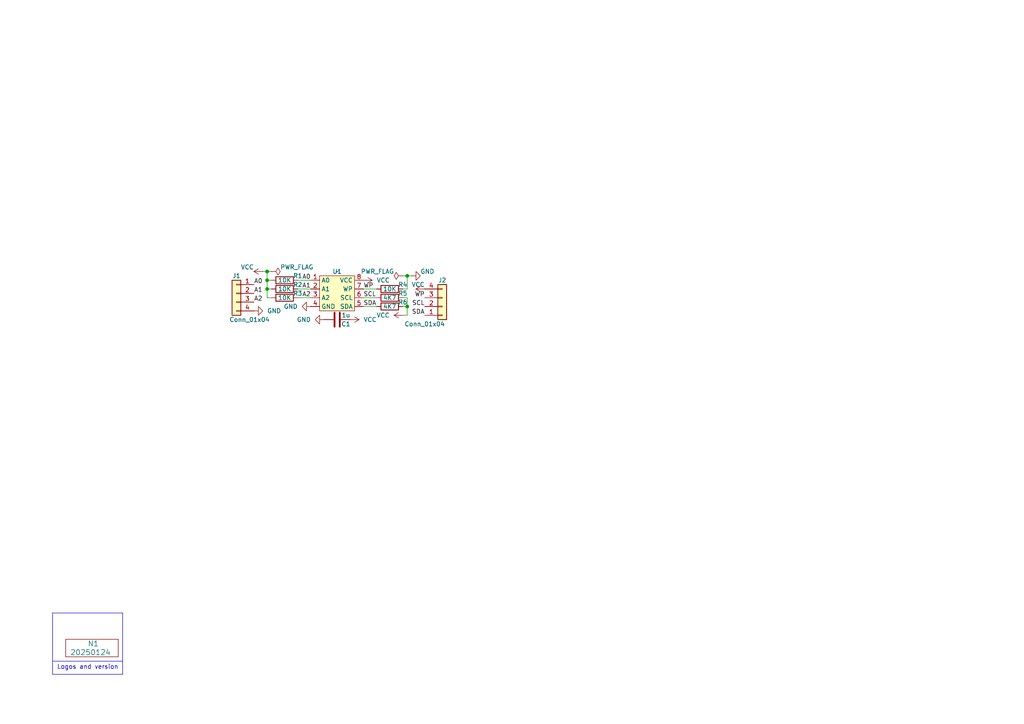
<source format=kicad_sch>
(kicad_sch (version 20231120) (generator "eeschema") (generator_version "8.0")
  (paper "A4")
  (lib_symbols
    (symbol "Connector_Generic:Conn_01x04" (pin_names (offset 1.016) hide)
      (property "Reference" "J" (at 0 5.08 0))
      (property "Value" "Conn_01x04" (at 0 -7.62 0))
      (symbol "Conn_01x04_1_1"
        (rectangle (start -1.27 -4.953) (end 0 -5.207) (stroke (width 0.1524)))
        (rectangle (start -1.27 -2.413) (end 0 -2.667) (stroke (width 0.1524)))
        (rectangle (start -1.27 0.127) (end 0 -0.127) (stroke (width 0.1524)))
        (rectangle (start -1.27 2.667) (end 0 2.413) (stroke (width 0.1524)))
        (rectangle (start -1.27 3.81) (end 1.27 -6.35) (stroke (width 0.254)) (fill (type background)))
        (pin passive line (at -5.08 2.54 0) (length 3.81) (name "Pin_1") (number "1"))
        (pin passive line (at -5.08 0 0) (length 3.81) (name "Pin_2") (number "2"))
        (pin passive line (at -5.08 -2.54 0) (length 3.81) (name "Pin_3") (number "3"))
        (pin passive line (at -5.08 -5.08 0) (length 3.81) (name "Pin_4") (number "4"))
      )
    )
    (symbol "Device:C" (pin_numbers hide) (pin_names (offset 0.254))
      (property "Reference" "C" (at 0.635 2.54 0))
      (property "Value" "C" (at 0.635 -2.54 0))
      (symbol "C_0_1"
        (polyline (pts (xy -2.032 -0.762) (xy 2.032 -0.762)) (stroke (width 0.508)))
        (polyline (pts (xy -2.032 0.762) (xy 2.032 0.762)) (stroke (width 0.508)))
      )
      (symbol "C_1_1"
        (pin passive line (at 0 3.81 270) (length 2.794) (name "~") (number "1"))
        (pin passive line (at 0 -3.81 90) (length 2.794) (name "~") (number "2"))
      )
    )
    (symbol "Device:R" (pin_numbers hide) (pin_names (offset 0))
      (property "Reference" "R" (at 2.032 0 90))
      (property "Value" "R" (at 0 0 90))
      (symbol "R_0_1"
        (rectangle (start -1.016 -2.54) (end 1.016 2.54) (stroke (width 0.254)))
      )
      (symbol "R_1_1"
        (pin passive line (at 0 3.81 270) (length 1.27) (name "~") (number "1"))
        (pin passive line (at 0 -3.81 90) (length 1.27) (name "~") (number "2"))
      )
    )
    (symbol "SquantorGenericDigital:EEPROM_SOIC_I2C"
      (property "Reference" "U" (at 0 6.35 0))
      (symbol "EEPROM_SOIC_I2C_1_1"
        (rectangle (start -5.08 5.08) (end 5.08 -5.08) (fill (type background)))
        (pin input line (at -7.62 3.81 0) (length 2.54) (name "A0") (number "1"))
        (pin input line (at -7.62 1.27 0) (length 2.54) (name "A1") (number "2"))
        (pin input line (at -7.62 -1.27 0) (length 2.54) (name "A2") (number "3"))
        (pin power_in line (at -7.62 -3.81 0) (length 2.54) (name "GND") (number "4"))
        (pin bidirectional line (at 7.62 -3.81 180) (length 2.54) (name "SDA") (number "5"))
        (pin input line (at 7.62 -1.27 180) (length 2.54) (name "SCL") (number "6"))
        (pin input line (at 7.62 1.27 180) (length 2.54) (name "WP") (number "7"))
        (pin power_in line (at 7.62 3.81 180) (length 2.54) (name "VCC") (number "8"))
      )
    )
    (symbol "SquantorLabels:VYYYYMMDD" (pin_names (offset 1.016))
      (property "Reference" "N" (at 0 2.54 0))
      (property "Value" "VYYYYMMDD" (at 0 0 0))
      (symbol "VYYYYMMDD_0_1"
        (rectangle (start 7.62 -1.27) (end -7.62 3.81))
      )
    )
    (symbol "power:GND" (power) (pin_numbers hide) (pin_names (offset 0) hide)
      (property "Value" "GND" (at 0 -3.81 0))
      (symbol "GND_0_1"
        (polyline (pts (xy 0 0) (xy 0 -1.27) (xy 1.27 -1.27) (xy 0 -2.54) (xy -1.27 -1.27) (xy 0 -1.27)))
      )
      (symbol "GND_1_1"
        (pin power_in line (at 0 0 270) (length 0) (name "~") (number "1"))
      )
    )
    (symbol "power:PWR_FLAG" (power) (pin_numbers hide) (pin_names (offset 0) hide)
      (property "Value" "PWR_FLAG" (at 0 3.81 0))
      (symbol "PWR_FLAG_0_0"
        (pin power_out line (at 0 0 90) (length 0) (name "~") (number "1"))
      )
      (symbol "PWR_FLAG_0_1"
        (polyline (pts (xy 0 0) (xy 0 1.27) (xy -1.016 1.905) (xy 0 2.54) (xy 1.016 1.905) (xy 0 1.27)))
      )
    )
    (symbol "power:VCC" (power) (pin_numbers hide) (pin_names (offset 0) hide)
      (property "Value" "VCC" (at 0 3.556 0))
      (symbol "VCC_0_1"
        (polyline (pts (xy -0.762 1.27) (xy 0 2.54)))
        (polyline (pts (xy 0 0) (xy 0 2.54)))
        (polyline (pts (xy 0 2.54) (xy 0.762 1.27)))
      )
      (symbol "VCC_1_1"
        (pin power_in line (at 0 0 90) (length 0) (name "~") (number "1"))
      )
    )
  )
  (junction (at 77.47 83.82))
  (junction (at 118.11 88.9))
  (junction (at 118.11 80.01))
  (junction (at 77.47 78.74))
  (junction (at 77.47 81.28))
  (wire (pts (xy 77.47 83.82) (xy 77.47 86.36)))
  (wire (pts (xy 105.41 88.9) (xy 109.22 88.9)))
  (wire (pts (xy 118.11 80.01) (xy 118.11 83.82)))
  (wire (pts (xy 76.2 78.74) (xy 77.47 78.74)))
  (wire (pts (xy 118.11 88.9) (xy 118.11 91.44)))
  (polyline (pts (xy 15.24 177.8) (xy 15.24 195.58)))
  (polyline (pts (xy 35.56 177.8) (xy 15.24 177.8)))
  (wire (pts (xy 116.84 83.82) (xy 118.11 83.82)))
  (wire (pts (xy 116.84 86.36) (xy 118.11 86.36)))
  (wire (pts (xy 77.47 86.36) (xy 78.74 86.36)))
  (wire (pts (xy 77.47 81.28) (xy 77.47 83.82)))
  (wire (pts (xy 116.84 88.9) (xy 118.11 88.9)))
  (wire (pts (xy 77.47 83.82) (xy 78.74 83.82)))
  (wire (pts (xy 116.84 91.44) (xy 118.11 91.44)))
  (wire (pts (xy 77.47 81.28) (xy 78.74 81.28)))
  (wire (pts (xy 105.41 86.36) (xy 109.22 86.36)))
  (wire (pts (xy 118.11 86.36) (xy 118.11 88.9)))
  (wire (pts (xy 116.84 80.01) (xy 118.11 80.01)))
  (wire (pts (xy 77.47 78.74) (xy 77.47 81.28)))
  (wire (pts (xy 118.11 80.01) (xy 119.38 80.01)))
  (polyline (pts (xy 35.56 195.58) (xy 35.56 177.8)))
  (polyline (pts (xy 15.24 195.58) (xy 35.56 195.58)))
  (wire (pts (xy 86.36 86.36) (xy 90.17 86.36)))
  (wire (pts (xy 105.41 83.82) (xy 109.22 83.82)))
  (wire (pts (xy 86.36 83.82) (xy 90.17 83.82)))
  (wire (pts (xy 86.36 81.28) (xy 90.17 81.28)))
  (wire (pts (xy 78.74 78.74) (xy 77.47 78.74)))
  (polyline (pts (xy 15.24 191.77) (xy 35.56 191.77)))
  (text "Logos and version" (at 16.51 194.31 0) (effects (font (size 1.27 1.27)) (justify left bottom)))
  (label "SCL" (at 105.41 86.36 0))
  (label "SCL" (at 123.19 88.9 180))
  (label "A2" (at 87.63 86.36 0))
  (label "SDA" (at 105.41 88.9 0))
  (label "WP" (at 105.41 83.82 0))
  (label "A0" (at 87.63 81.28 0))
  (label "WP" (at 123.19 86.36 180))
  (label "SDA" (at 123.19 91.44 180))
  (label "A1" (at 73.66 85.09 0))
  (label "A2" (at 73.66 87.63 0))
  (label "A0" (at 73.66 82.55 0))
  (label "A1" (at 87.63 83.82 0))
  (symbol (lib_id "SquantorLabels:VYYYYMMDD") (at 26.67 189.23 0) (unit 1)
    (property "Reference" "N1" (at 25.4 186.69 0) (effects (font (size 1.524 1.524)) (justify left)))
    (property "Value" "20250124" (at 20.32 189.23 0) (effects (font (size 1.524 1.524)) (justify left)))
    (property "Footprint" "SquantorLabels:Label_Generic" (effects (hide yes)))
  )
  (symbol (lib_id "power:VCC") (at 76.2 78.74 90) (unit 1)
    (property "Reference" "#PWR03" (effects (hide yes)))
    (property "Value" "VCC" (at 73.66 77.47 90) (effects (justify left)))
    (property "Description" "Power symbol creates a global label with name \"VCC\"" (effects (hide yes)))
  )
  (symbol (lib_id "Device:R") (at 113.03 83.82 90) (unit 1)
    (property "Reference" "R4" (at 116.84 82.55 90))
    (property "Value" "10K" (at 113.03 83.82 90))
    (property "Footprint" "SquantorResistor:R_0603_hand" (effects (hide yes)))
    (property "Description" "Resistor" (effects (hide yes)))
  )
  (symbol (lib_id "Device:R") (at 113.03 86.36 90) (unit 1)
    (property "Reference" "R5" (at 116.84 85.09 90))
    (property "Value" "4K7" (at 113.03 86.36 90))
    (property "Footprint" "SquantorResistor:R_0603_hand" (effects (hide yes)))
    (property "Description" "Resistor" (effects (hide yes)))
  )
  (symbol (lib_id "Device:R") (at 82.55 83.82 90) (unit 1)
    (property "Reference" "R2" (at 86.36 82.55 90))
    (property "Value" "10K" (at 82.55 83.82 90))
    (property "Footprint" "SquantorResistor:R_0603_hand" (effects (hide yes)))
    (property "Description" "Resistor" (effects (hide yes)))
  )
  (symbol (lib_id "Connector_Generic:Conn_01x04") (at 68.58 85.09 0) (mirror y) (unit 1)
    (property "Reference" "J1" (at 68.58 80.01 0))
    (property "Value" "Conn_01x04" (at 72.39 92.71 0))
    (property "Footprint" "SquantorConnectors:Header-0254-1X04-H010" (effects (hide yes)))
    (property "Description" "Generic connector, single row, 01x04, script generated (kicad-library-utils/schlib/autogen/connector/)" (effects (hide yes)))
  )
  (symbol (lib_id "power:VCC") (at 105.41 81.28 270) (unit 1)
    (property "Reference" "#PWR02" (effects (hide yes)))
    (property "Value" "VCC" (at 109.22 81.2799 90) (effects (justify left)))
    (property "Description" "Power symbol creates a global label with name \"VCC\"" (effects (hide yes)))
  )
  (symbol (lib_id "power:PWR_FLAG") (at 78.74 78.74 270) (unit 1)
    (property "Reference" "#FLG01" (effects (hide yes)))
    (property "Value" "PWR_FLAG" (at 81.28 77.47 90) (effects (justify left)))
    (property "Description" "Special symbol for telling ERC where power comes from" (effects (hide yes)))
  )
  (symbol (lib_id "SquantorGenericDigital:EEPROM_SOIC_I2C") (at 97.79 85.09 0) (unit 1)
    (property "Reference" "U1" (at 97.79 78.74 0))
    (property "Value" "~" (at 97.79 78.74 0))
    (property "Footprint" "SquantorIC:SOIC-8" (effects (hide yes)))
  )
  (symbol (lib_id "Device:C") (at 97.79 92.71 90) (unit 1)
    (property "Reference" "C1" (at 100.33 93.98 90))
    (property "Value" "1u" (at 100.33 91.44 90))
    (property "Footprint" "SquantorCapacitor:C_0603" (effects (hide yes)))
    (property "Description" "Unpolarized capacitor" (effects (hide yes)))
  )
  (symbol (lib_id "power:VCC") (at 101.6 92.71 270) (unit 1)
    (property "Reference" "#PWR07" (effects (hide yes)))
    (property "Value" "VCC" (at 105.41 92.7099 90) (effects (justify left)))
    (property "Description" "Power symbol creates a global label with name \"VCC\"" (effects (hide yes)))
  )
  (symbol (lib_id "Device:R") (at 113.03 88.9 90) (unit 1)
    (property "Reference" "R6" (at 116.84 87.63 90))
    (property "Value" "4K7" (at 113.03 88.9 90))
    (property "Footprint" "SquantorResistor:R_0603_hand" (effects (hide yes)))
    (property "Description" "Resistor" (effects (hide yes)))
  )
  (symbol (lib_id "power:PWR_FLAG") (at 116.84 80.01 90) (unit 1)
    (property "Reference" "#FLG02" (effects (hide yes)))
    (property "Value" "PWR_FLAG" (at 114.3 78.74 90) (effects (justify left)))
    (property "Description" "Special symbol for telling ERC where power comes from" (effects (hide yes)))
  )
  (symbol (lib_id "power:GND") (at 119.38 80.01 90) (unit 1)
    (property "Reference" "#PWR05" (effects (hide yes)))
    (property "Value" "GND" (at 121.92 78.74 90) (effects (justify right)))
    (property "Description" "Power symbol creates a global label with name \"GND\" , ground" (effects (hide yes)))
  )
  (symbol (lib_id "power:VCC") (at 123.19 83.82 90) (unit 1)
    (property "Reference" "#PWR09" (effects (hide yes)))
    (property "Value" "VCC" (at 123.19 82.55 90) (effects (justify left)))
    (property "Description" "Power symbol creates a global label with name \"VCC\"" (effects (hide yes)))
  )
  (symbol (lib_id "power:GND") (at 90.17 88.9 270) (unit 1)
    (property "Reference" "#PWR01" (effects (hide yes)))
    (property "Value" "GND" (at 86.36 88.8999 90) (effects (justify right)))
    (property "Description" "Power symbol creates a global label with name \"GND\" , ground" (effects (hide yes)))
  )
  (symbol (lib_id "power:GND") (at 93.98 92.71 270) (unit 1)
    (property "Reference" "#PWR04" (effects (hide yes)))
    (property "Value" "GND" (at 90.17 92.7099 90) (effects (justify right)))
    (property "Description" "Power symbol creates a global label with name \"GND\" , ground" (effects (hide yes)))
  )
  (symbol (lib_id "power:GND") (at 73.66 90.17 90) (unit 1)
    (property "Reference" "#PWR08" (effects (hide yes)))
    (property "Value" "GND" (at 77.47 90.1699 90) (effects (justify right)))
    (property "Description" "Power symbol creates a global label with name \"GND\" , ground" (effects (hide yes)))
  )
  (symbol (lib_id "Device:R") (at 82.55 81.28 90) (unit 1)
    (property "Reference" "R1" (at 86.36 80.01 90))
    (property "Value" "10K" (at 82.55 81.28 90))
    (property "Footprint" "SquantorResistor:R_0603_hand" (effects (hide yes)))
    (property "Description" "Resistor" (effects (hide yes)))
  )
  (symbol (lib_id "Connector_Generic:Conn_01x04") (at 128.27 88.9 0) (mirror x) (unit 1)
    (property "Reference" "J2" (at 128.27 81.28 0))
    (property "Value" "Conn_01x04" (at 123.19 93.98 0))
    (property "Footprint" "SquantorConnectors:Header-0254-1X04-H010" (effects (hide yes)))
    (property "Description" "Generic connector, single row, 01x04, script generated (kicad-library-utils/schlib/autogen/connector/)" (effects (hide yes)))
  )
  (symbol (lib_id "power:VCC") (at 116.84 91.44 90) (unit 1)
    (property "Reference" "#PWR06" (effects (hide yes)))
    (property "Value" "VCC" (at 113.03 91.4399 90) (effects (justify left)))
    (property "Description" "Power symbol creates a global label with name \"VCC\"" (effects (hide yes)))
  )
  (symbol (lib_id "Device:R") (at 82.55 86.36 90) (unit 1)
    (property "Reference" "R3" (at 86.36 85.09 90))
    (property "Value" "10K" (at 82.55 86.36 90))
    (property "Footprint" "SquantorResistor:R_0603_hand" (effects (hide yes)))
    (property "Description" "Resistor" (effects (hide yes)))
  )
)
</source>
